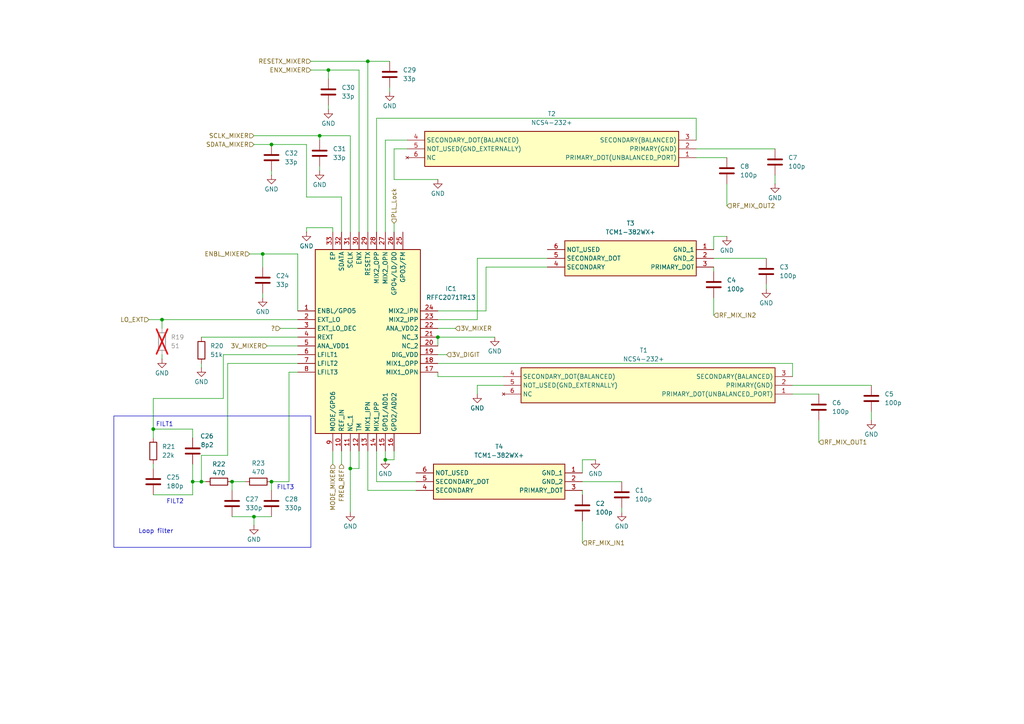
<source format=kicad_sch>
(kicad_sch (version 20250114) (generator "eeschema") (generator_version "9.0")
  (paper "A4")
  (lib_symbols
    (symbol "Device:C" (pin_numbers (hide yes)) (pin_names (offset 0.254))
      (property "Reference" "C" (at 0.635 2.54 0))
      (property "Value" "C" (at 0.635 -2.54 0))
      (symbol "C_0_1"
        (polyline (pts (xy -2.032 0.762) (xy 2.032 0.762)) (stroke (width 0.508)))
        (polyline (pts (xy -2.032 -0.762) (xy 2.032 -0.762)) (stroke (width 0.508)))
      )
      (symbol "C_1_1"
        (pin passive line (at 0 3.81 270) (length 2.794) (name "~") (number "1"))
        (pin passive line (at 0 -3.81 90) (length 2.794) (name "~") (number "2"))
      )
    )
    (symbol "Device:R" (pin_numbers (hide yes)) (pin_names (offset 0))
      (property "Reference" "R" (at 2.032 0 90))
      (property "Value" "R" (at 0 0 90))
      (symbol "R_0_1"
        (rectangle (start -1.016 -2.54) (end 1.016 2.54) (stroke (width 0.254)))
      )
      (symbol "R_1_1"
        (pin passive line (at 0 3.81 270) (length 1.27) (name "~") (number "1"))
        (pin passive line (at 0 -3.81 90) (length 1.27) (name "~") (number "2"))
      )
    )
    (symbol "NCS4-232+:NCS4-232+"
      (property "Reference" "T" (at 80.01 7.62 0))
      (property "Value" "NCS4-232+" (at 80.01 5.08 0))
      (symbol "NCS4-232+_1_1"
        (rectangle (start 5.08 2.54) (end 78.74 -7.62) (stroke (width 0.254)) (fill (type background)))
        (pin passive line (at 0 0 0) (length 5.08) (name "PRIMARY_DOT(UNBALANCED_PORT)") (number "1"))
        (pin passive line (at 0 -2.54 0) (length 5.08) (name "PRIMARY(GND)") (number "2"))
        (pin passive line (at 0 -5.08 0) (length 5.08) (name "SECONDARY(BALANCED)") (number "3"))
        (pin no_connect line (at 83.82 0 180) (length 5.08) (name "NC") (number "6"))
        (pin passive line (at 83.82 -2.54 180) (length 5.08) (name "NOT_USED(GND_EXTERNALLY)") (number "5"))
        (pin passive line (at 83.82 -5.08 180) (length 5.08) (name "SECONDARY_DOT(BALANCED)") (number "4"))
      )
    )
    (symbol "RFFC2071TR13:RFFC2071TR13"
      (property "Reference" "IC" (at 36.83 22.86 0))
      (property "Value" "RFFC2071TR13" (at 36.83 20.32 0))
      (symbol "RFFC2071TR13_1_1"
        (rectangle (start 5.08 17.78) (end 35.56 -35.56) (stroke (width 0.254)) (fill (type background)))
        (pin passive line (at 0 0 0) (length 5.08) (name "ENBL/GPO5") (number "1"))
        (pin passive line (at 0 -2.54 0) (length 5.08) (name "EXT_LO") (number "2"))
        (pin passive line (at 0 -5.08 0) (length 5.08) (name "EXT_LO_DEC") (number "3"))
        (pin passive line (at 0 -7.62 0) (length 5.08) (name "REXT") (number "4"))
        (pin passive line (at 0 -10.16 0) (length 5.08) (name "ANA_VDD1") (number "5"))
        (pin passive line (at 0 -12.7 0) (length 5.08) (name "LFILT1") (number "6"))
        (pin passive line (at 0 -15.24 0) (length 5.08) (name "LFILT2") (number "7"))
        (pin passive line (at 0 -17.78 0) (length 5.08) (name "LFILT3") (number "8"))
        (pin passive line (at 10.16 22.86 270) (length 5.08) (name "EP") (number "33"))
        (pin passive line (at 10.16 -40.64 90) (length 5.08) (name "MODE/GPO6") (number "9"))
        (pin passive line (at 12.7 22.86 270) (length 5.08) (name "SDATA") (number "32"))
        (pin passive line (at 12.7 -40.64 90) (length 5.08) (name "REF_IN") (number "10"))
        (pin passive line (at 15.24 22.86 270) (length 5.08) (name "SCLK") (number "31"))
        (pin passive line (at 15.24 -40.64 90) (length 5.08) (name "NC_1") (number "11"))
        (pin passive line (at 17.78 22.86 270) (length 5.08) (name "ENX") (number "30"))
        (pin passive line (at 17.78 -40.64 90) (length 5.08) (name "TM") (number "12"))
        (pin passive line (at 20.32 22.86 270) (length 5.08) (name "RESETX") (number "29"))
        (pin passive line (at 20.32 -40.64 90) (length 5.08) (name "MIX1_IPN") (number "13"))
        (pin passive line (at 22.86 22.86 270) (length 5.08) (name "MIX2_OPP") (number "28"))
        (pin passive line (at 22.86 -40.64 90) (length 5.08) (name "MIX1_IPP") (number "14"))
        (pin passive line (at 25.4 22.86 270) (length 5.08) (name "MIX2_OPN") (number "27"))
        (pin passive line (at 25.4 -40.64 90) (length 5.08) (name "GPO1/ADD1") (number "15"))
        (pin passive line (at 27.94 22.86 270) (length 5.08) (name "GPO4/LD/DO") (number "26"))
        (pin passive line (at 27.94 -40.64 90) (length 5.08) (name "GPO2/ADD2") (number "16"))
        (pin passive line (at 30.48 22.86 270) (length 5.08) (name "GPO3/FM") (number "25"))
        (pin passive line (at 40.64 0 180) (length 5.08) (name "MIX2_IPN") (number "24"))
        (pin passive line (at 40.64 -2.54 180) (length 5.08) (name "MIX2_IPP") (number "23"))
        (pin passive line (at 40.64 -5.08 180) (length 5.08) (name "ANA_VDD2") (number "22"))
        (pin passive line (at 40.64 -7.62 180) (length 5.08) (name "NC_3") (number "21"))
        (pin passive line (at 40.64 -10.16 180) (length 5.08) (name "NC_2") (number "20"))
        (pin passive line (at 40.64 -12.7 180) (length 5.08) (name "DIG_VDD") (number "19"))
        (pin passive line (at 40.64 -15.24 180) (length 5.08) (name "MIX1_OPP") (number "18"))
        (pin passive line (at 40.64 -17.78 180) (length 5.08) (name "MIX1_OPN") (number "17"))
      )
    )
    (symbol "TCM1-382WX+:TCM1-382WX+"
      (property "Reference" "T" (at 44.45 7.62 0))
      (property "Value" "TCM1-382WX+" (at 44.45 5.08 0))
      (symbol "TCM1-382WX+_1_1"
        (rectangle (start 5.08 2.54) (end 43.18 -7.62) (stroke (width 0.254)) (fill (type background)))
        (pin passive line (at 0 0 0) (length 5.08) (name "NOT_USED") (number "6"))
        (pin passive line (at 0 -2.54 0) (length 5.08) (name "SECONDARY_DOT") (number "5"))
        (pin passive line (at 0 -5.08 0) (length 5.08) (name "SECONDARY") (number "4"))
        (pin passive line (at 48.26 0 180) (length 5.08) (name "GND_1") (number "1"))
        (pin passive line (at 48.26 -2.54 180) (length 5.08) (name "GND_2") (number "2"))
        (pin passive line (at 48.26 -5.08 180) (length 5.08) (name "PRIMARY_DOT") (number "3"))
      )
    )
    (symbol "power:GND" (power) (pin_numbers (hide yes)) (pin_names (offset 0) (hide yes))
      (property "Value" "GND" (at 0 -3.81 0))
      (symbol "GND_0_1"
        (polyline (pts (xy 0 0) (xy 0 -1.27) (xy 1.27 -1.27) (xy 0 -2.54) (xy -1.27 -1.27) (xy 0 -1.27)))
      )
      (symbol "GND_1_1"
        (pin power_in line (at 0 0 270) (length 0) (name "~") (number "1"))
      )
    )
  )
  (rectangle (start 33.02 120.65) (end 90.17 158.75))
  (text "Loop filter" (at 45.212 154.178 0) (effects (font (size 1.27 1.27))))
  (text "FILT2" (at 50.8 145.542 0) (effects (font (size 1.27 1.27))))
  (text "FILT3" (at 82.804 141.478 0) (effects (font (size 1.27 1.27))))
  (text "FILT1" (at 47.752 123.19 0) (effects (font (size 1.27 1.27))))
  (junction (at 111.76 133.35))
  (junction (at 106.68 17.78))
  (junction (at 58.42 139.7))
  (junction (at 46.99 92.71))
  (junction (at 76.2 73.66))
  (junction (at 67.31 139.7))
  (junction (at 101.6 135.89))
  (junction (at 92.71 39.37))
  (junction (at 55.88 139.7))
  (junction (at 73.66 149.86))
  (junction (at 127 97.79))
  (junction (at 78.74 41.91))
  (junction (at 44.45 124.46))
  (junction (at 78.74 139.7))
  (junction (at 95.25 20.32))
  (wire (pts (xy 114.3 133.35) (xy 111.76 133.35)))
  (wire (pts (xy 86.36 90.17) (xy 86.36 73.66)))
  (wire (pts (xy 201.93 34.29) (xy 109.22 34.29)))
  (wire (pts (xy 76.2 73.66) (xy 76.2 77.47)))
  (wire (pts (xy 58.42 132.08) (xy 58.42 139.7)))
  (wire (pts (xy 92.71 48.26) (xy 92.71 49.53)))
  (wire (pts (xy 201.93 43.18) (xy 224.79 43.18)))
  (wire (pts (xy 90.17 20.32) (xy 95.25 20.32)))
  (wire (pts (xy 207.01 68.58) (xy 210.82 68.58)))
  (wire (pts (xy 44.45 124.46) (xy 44.45 127)))
  (wire (pts (xy 88.9 57.15) (xy 99.06 57.15)))
  (wire (pts (xy 104.14 135.89) (xy 101.6 135.89)))
  (wire (pts (xy 252.73 119.38) (xy 252.73 121.92)))
  (wire (pts (xy 158.75 74.93) (xy 138.43 74.93)))
  (wire (pts (xy 106.68 130.81) (xy 106.68 142.24)))
  (wire (pts (xy 78.74 41.91) (xy 88.9 41.91)))
  (wire (pts (xy 73.66 149.86) (xy 78.74 149.86)))
  (wire (pts (xy 168.91 142.24) (xy 168.91 143.51)))
  (wire (pts (xy 86.36 73.66) (xy 76.2 73.66)))
  (wire (pts (xy 55.88 139.7) (xy 58.42 139.7)))
  (wire (pts (xy 114.3 43.18) (xy 114.3 52.07)))
  (wire (pts (xy 73.66 41.91) (xy 78.74 41.91)))
  (wire (pts (xy 96.52 67.31) (xy 96.52 66.04)))
  (wire (pts (xy 138.43 74.93) (xy 138.43 92.71)))
  (wire (pts (xy 101.6 39.37) (xy 101.6 67.31)))
  (wire (pts (xy 99.06 57.15) (xy 99.06 67.31)))
  (wire (pts (xy 229.87 109.22) (xy 229.87 105.41)))
  (wire (pts (xy 146.05 109.22) (xy 127 109.22)))
  (wire (pts (xy 95.25 30.48) (xy 95.25 31.75)))
  (wire (pts (xy 58.42 139.7) (xy 59.69 139.7)))
  (wire (pts (xy 127 90.17) (xy 140.97 90.17)))
  (wire (pts (xy 138.43 111.76) (xy 138.43 114.3)))
  (wire (pts (xy 180.34 147.32) (xy 180.34 148.59)))
  (wire (pts (xy 201.93 45.72) (xy 210.82 45.72)))
  (wire (pts (xy 101.6 130.81) (xy 101.6 135.89)))
  (wire (pts (xy 106.68 142.24) (xy 120.65 142.24)))
  (wire (pts (xy 66.04 105.41) (xy 66.04 132.08)))
  (wire (pts (xy 109.22 139.7) (xy 109.22 130.81)))
  (wire (pts (xy 229.87 111.76) (xy 252.73 111.76)))
  (wire (pts (xy 118.11 43.18) (xy 114.3 43.18)))
  (wire (pts (xy 92.71 39.37) (xy 101.6 39.37)))
  (wire (pts (xy 46.99 102.87) (xy 46.99 104.14)))
  (wire (pts (xy 67.31 149.86) (xy 73.66 149.86)))
  (wire (pts (xy 44.45 134.62) (xy 44.45 135.89)))
  (wire (pts (xy 106.68 17.78) (xy 113.03 17.78)))
  (wire (pts (xy 168.91 137.16) (xy 168.91 133.35)))
  (wire (pts (xy 81.28 95.25) (xy 86.36 95.25)))
  (wire (pts (xy 222.25 82.55) (xy 222.25 83.82)))
  (wire (pts (xy 96.52 130.81) (xy 96.52 134.62)))
  (wire (pts (xy 66.04 132.08) (xy 58.42 132.08)))
  (wire (pts (xy 55.88 139.7) (xy 55.88 134.62)))
  (wire (pts (xy 95.25 20.32) (xy 104.14 20.32)))
  (wire (pts (xy 90.17 17.78) (xy 106.68 17.78)))
  (wire (pts (xy 55.88 143.51) (xy 55.88 139.7)))
  (wire (pts (xy 146.05 111.76) (xy 138.43 111.76)))
  (wire (pts (xy 78.74 49.53) (xy 78.74 50.8)))
  (wire (pts (xy 138.43 92.71) (xy 127 92.71)))
  (wire (pts (xy 67.31 139.7) (xy 67.31 142.24)))
  (wire (pts (xy 77.47 100.33) (xy 86.36 100.33)))
  (wire (pts (xy 46.99 92.71) (xy 86.36 92.71)))
  (wire (pts (xy 113.03 25.4) (xy 113.03 26.67)))
  (wire (pts (xy 64.77 102.87) (xy 64.77 115.57)))
  (wire (pts (xy 104.14 130.81) (xy 104.14 135.89)))
  (wire (pts (xy 229.87 105.41) (xy 127 105.41)))
  (wire (pts (xy 111.76 130.81) (xy 111.76 133.35)))
  (wire (pts (xy 46.99 95.25) (xy 46.99 92.71)))
  (wire (pts (xy 101.6 135.89) (xy 101.6 148.59)))
  (wire (pts (xy 43.18 92.71) (xy 46.99 92.71)))
  (wire (pts (xy 44.45 115.57) (xy 44.45 124.46)))
  (wire (pts (xy 55.88 124.46) (xy 44.45 124.46)))
  (wire (pts (xy 127 97.79) (xy 143.51 97.79)))
  (wire (pts (xy 88.9 66.04) (xy 88.9 67.31)))
  (wire (pts (xy 72.39 73.66) (xy 76.2 73.66)))
  (wire (pts (xy 201.93 40.64) (xy 201.93 34.29)))
  (wire (pts (xy 207.01 77.47) (xy 207.01 78.74)))
  (wire (pts (xy 95.25 20.32) (xy 95.25 22.86)))
  (wire (pts (xy 168.91 133.35) (xy 172.72 133.35)))
  (wire (pts (xy 140.97 77.47) (xy 158.75 77.47)))
  (wire (pts (xy 229.87 114.3) (xy 237.49 114.3)))
  (wire (pts (xy 114.3 130.81) (xy 114.3 133.35)))
  (wire (pts (xy 224.79 50.8) (xy 224.79 53.34)))
  (wire (pts (xy 67.31 139.7) (xy 71.12 139.7)))
  (wire (pts (xy 106.68 67.31) (xy 106.68 17.78)))
  (wire (pts (xy 237.49 121.92) (xy 237.49 128.27)))
  (wire (pts (xy 92.71 39.37) (xy 92.71 40.64)))
  (wire (pts (xy 44.45 143.51) (xy 55.88 143.51)))
  (wire (pts (xy 73.66 39.37) (xy 92.71 39.37)))
  (wire (pts (xy 109.22 34.29) (xy 109.22 67.31)))
  (wire (pts (xy 207.01 86.36) (xy 207.01 91.44)))
  (wire (pts (xy 83.82 107.95) (xy 86.36 107.95)))
  (wire (pts (xy 127 95.25) (xy 132.08 95.25)))
  (wire (pts (xy 99.06 130.81) (xy 99.06 134.62)))
  (wire (pts (xy 83.82 107.95) (xy 83.82 139.7)))
  (wire (pts (xy 127 109.22) (xy 127 107.95)))
  (wire (pts (xy 118.11 40.64) (xy 111.76 40.64)))
  (wire (pts (xy 55.88 127) (xy 55.88 124.46)))
  (wire (pts (xy 114.3 52.07) (xy 127 52.07)))
  (wire (pts (xy 58.42 97.79) (xy 86.36 97.79)))
  (wire (pts (xy 58.42 105.41) (xy 58.42 106.68)))
  (wire (pts (xy 78.74 139.7) (xy 78.74 142.24)))
  (wire (pts (xy 207.01 74.93) (xy 222.25 74.93)))
  (wire (pts (xy 168.91 151.13) (xy 168.91 157.48)))
  (wire (pts (xy 104.14 20.32) (xy 104.14 67.31)))
  (wire (pts (xy 129.54 102.87) (xy 127 102.87)))
  (wire (pts (xy 114.3 64.77) (xy 114.3 67.31)))
  (wire (pts (xy 78.74 139.7) (xy 83.82 139.7)))
  (wire (pts (xy 109.22 139.7) (xy 120.65 139.7)))
  (wire (pts (xy 168.91 139.7) (xy 180.34 139.7)))
  (wire (pts (xy 88.9 41.91) (xy 88.9 57.15)))
  (wire (pts (xy 96.52 66.04) (xy 88.9 66.04)))
  (wire (pts (xy 207.01 72.39) (xy 207.01 68.58)))
  (wire (pts (xy 76.2 85.09) (xy 76.2 86.36)))
  (wire (pts (xy 64.77 115.57) (xy 44.45 115.57)))
  (wire (pts (xy 111.76 40.64) (xy 111.76 67.31)))
  (wire (pts (xy 210.82 53.34) (xy 210.82 59.69)))
  (wire (pts (xy 86.36 102.87) (xy 64.77 102.87)))
  (wire (pts (xy 127 97.79) (xy 127 100.33)))
  (wire (pts (xy 73.66 149.86) (xy 73.66 152.4)))
  (wire (pts (xy 66.04 105.41) (xy 86.36 105.41)))
  (wire (pts (xy 140.97 90.17) (xy 140.97 77.47)))
  (hierarchical_label "?" (shape input) (at 81.28 95.25 180))
  (hierarchical_label "PLL_Lock" (shape input) (at 114.3 64.77 90))
  (hierarchical_label "RF_MIX_IN1" (shape input) (at 168.91 157.48 0))
  (hierarchical_label "SDATA_MIXER" (shape input) (at 73.66 41.91 180))
  (hierarchical_label "ENX_MIXER" (shape input) (at 90.17 20.32 180))
  (hierarchical_label "FREQ_REF" (shape input) (at 99.06 134.62 270))
  (hierarchical_label "3V_MIXER" (shape input) (at 132.08 95.25 0))
  (hierarchical_label "MODE_MIXER" (shape input) (at 96.52 134.62 270))
  (hierarchical_label "RF_MIX_OUT2" (shape input) (at 210.82 59.69 0))
  (hierarchical_label "SCLK_MIXER" (shape input) (at 73.66 39.37 180))
  (hierarchical_label "LO_EXT" (shape input) (at 43.18 92.71 180))
  (hierarchical_label "RF_MIX_IN2" (shape input) (at 207.01 91.44 0))
  (hierarchical_label "RF_MIX_OUT1" (shape input) (at 237.49 128.27 0))
  (hierarchical_label "3V_DIGIT" (shape input) (at 129.54 102.87 0))
  (hierarchical_label "ENBL_MIXER" (shape input) (at 72.39 73.66 180))
  (hierarchical_label "3V_MIXER" (shape input) (at 77.47 100.33 180))
  (hierarchical_label "RESETX_MIXER" (shape input) (at 90.17 17.78 180))
  (symbol (lib_id "Device:R") (at 74.93 139.7 90) (unit 1)
    (property "Reference" "R23" (at 74.93 134.366 90))
    (property "Value" "470" (at 74.93 136.906 90))
    (property "Footprint" "Resistor_SMD:R_0603_1608Metric_Pad0.98x0.95mm_HandSolder" (effects (hide yes)))
    (property "Description" "Resistor" (effects (hide yes)))
  )
  (symbol (lib_id "power:GND") (at 76.2 86.36 0) (unit 1)
    (property "Reference" "#PWR033" (effects (hide yes)))
    (property "Value" "GND" (at 76.2 90.424 0))
    (property "Description" "Power symbol creates a global label with name \"GND\" , ground" (effects (hide yes)))
  )
  (symbol (lib_id "Device:R") (at 63.5 139.7 90) (unit 1)
    (property "Reference" "R22" (at 63.5 134.62 90))
    (property "Value" "470" (at 63.5 137.16 90))
    (property "Footprint" "Resistor_SMD:R_0603_1608Metric_Pad0.98x0.95mm_HandSolder" (effects (hide yes)))
    (property "Description" "Resistor" (effects (hide yes)))
  )
  (symbol (lib_id "Device:C") (at 222.25 78.74 0) (unit 1)
    (property "Reference" "C3" (at 226.06 77.4699 0) (effects (justify left)))
    (property "Value" "100p" (at 226.06 80.0099 0) (effects (justify left)))
    (property "Footprint" "Capacitor_SMD:C_0603_1608Metric" (effects (hide yes)))
    (property "Description" "Unpolarized capacitor" (effects (hide yes)))
  )
  (symbol (lib_id "Device:C") (at 113.03 21.59 0) (unit 1)
    (property "Reference" "C29" (at 116.84 20.3199 0) (effects (justify left)))
    (property "Value" "33p" (at 116.84 22.8599 0) (effects (justify left)))
    (property "Footprint" "Capacitor_SMD:C_0603_1608Metric" (effects (hide yes)))
    (property "Description" "Unpolarized capacitor" (effects (hide yes)))
  )
  (symbol (lib_id "Device:C") (at 180.34 143.51 0) (unit 1)
    (property "Reference" "C1" (at 184.15 142.2399 0) (effects (justify left)))
    (property "Value" "100p" (at 184.15 144.7799 0) (effects (justify left)))
    (property "Footprint" "Capacitor_SMD:C_0603_1608Metric" (effects (hide yes)))
    (property "Description" "Unpolarized capacitor" (effects (hide yes)))
  )
  (symbol (lib_id "Device:C") (at 210.82 49.53 0) (unit 1)
    (property "Reference" "C8" (at 214.63 48.2599 0) (effects (justify left)))
    (property "Value" "100p" (at 214.63 50.7999 0) (effects (justify left)))
    (property "Footprint" "Capacitor_SMD:C_0603_1608Metric" (effects (hide yes)))
    (property "Description" "Unpolarized capacitor" (effects (hide yes)))
  )
  (symbol (lib_id "Device:C") (at 224.79 46.99 0) (unit 1)
    (property "Reference" "C7" (at 228.6 45.7199 0) (effects (justify left)))
    (property "Value" "100p" (at 228.6 48.2599 0) (effects (justify left)))
    (property "Footprint" "Capacitor_SMD:C_0603_1608Metric" (effects (hide yes)))
    (property "Description" "Unpolarized capacitor" (effects (hide yes)))
  )
  (symbol (lib_id "power:GND") (at 58.42 106.68 0) (unit 1)
    (property "Reference" "#PWR034" (effects (hide yes)))
    (property "Value" "GND" (at 58.42 110.744 0))
    (property "Description" "Power symbol creates a global label with name \"GND\" , ground" (effects (hide yes)))
  )
  (symbol (lib_id "Device:C") (at 78.74 45.72 0) (unit 1)
    (property "Reference" "C32" (at 82.55 44.4499 0) (effects (justify left)))
    (property "Value" "33p" (at 82.55 46.9899 0) (effects (justify left)))
    (property "Footprint" "Capacitor_SMD:C_0603_1608Metric" (effects (hide yes)))
    (property "Description" "Unpolarized capacitor" (effects (hide yes)))
  )
  (symbol (lib_id "power:GND") (at 78.74 50.8 0) (unit 1)
    (property "Reference" "#PWR038" (effects (hide yes)))
    (property "Value" "GND" (at 78.74 54.864 0))
    (property "Description" "Power symbol creates a global label with name \"GND\" , ground" (effects (hide yes)))
  )
  (symbol (lib_id "Device:C") (at 237.49 118.11 0) (unit 1)
    (property "Reference" "C6" (at 241.3 116.8399 0) (effects (justify left)))
    (property "Value" "100p" (at 241.3 119.3799 0) (effects (justify left)))
    (property "Footprint" "Capacitor_SMD:C_0603_1608Metric" (effects (hide yes)))
    (property "Description" "Unpolarized capacitor" (effects (hide yes)))
  )
  (symbol (lib_id "Device:C") (at 78.74 146.05 0) (unit 1)
    (property "Reference" "C28" (at 82.55 144.7799 0) (effects (justify left)))
    (property "Value" "330p" (at 82.55 147.3199 0) (effects (justify left)))
    (property "Footprint" "Capacitor_SMD:C_0603_1608Metric" (effects (hide yes)))
    (property "Description" "Unpolarized capacitor" (effects (hide yes)))
  )
  (symbol (lib_id "Device:C") (at 95.25 26.67 0) (unit 1)
    (property "Reference" "C30" (at 99.06 25.3999 0) (effects (justify left)))
    (property "Value" "33p" (at 99.06 27.9399 0) (effects (justify left)))
    (property "Footprint" "Capacitor_SMD:C_0603_1608Metric" (effects (hide yes)))
    (property "Description" "Unpolarized capacitor" (effects (hide yes)))
  )
  (symbol (lib_id "power:GND") (at 88.9 67.31 0) (unit 1)
    (property "Reference" "#PWR040" (effects (hide yes)))
    (property "Value" "GND" (at 88.9 71.374 0))
    (property "Description" "Power symbol creates a global label with name \"GND\" , ground" (effects (hide yes)))
  )
  (symbol (lib_id "Device:C") (at 55.88 130.81 0) (unit 1)
    (property "Reference" "C26" (at 61.976 126.492 0) (effects (justify right)))
    (property "Value" "8p2" (at 61.976 129.032 0) (effects (justify right)))
    (property "Footprint" "Capacitor_SMD:C_0603_1608Metric" (effects (hide yes)))
    (property "Description" "Unpolarized capacitor" (effects (hide yes)))
  )
  (symbol (lib_id "Device:C") (at 168.91 147.32 0) (unit 1)
    (property "Reference" "C2" (at 172.72 146.0499 0) (effects (justify left)))
    (property "Value" "100p" (at 172.72 148.5899 0) (effects (justify left)))
    (property "Footprint" "Capacitor_SMD:C_0603_1608Metric" (effects (hide yes)))
    (property "Description" "Unpolarized capacitor" (effects (hide yes)))
  )
  (symbol (lib_id "Device:C") (at 207.01 82.55 0) (unit 1)
    (property "Reference" "C4" (at 210.82 81.2799 0) (effects (justify left)))
    (property "Value" "100p" (at 210.82 83.8199 0) (effects (justify left)))
    (property "Footprint" "Capacitor_SMD:C_0603_1608Metric" (effects (hide yes)))
    (property "Description" "Unpolarized capacitor" (effects (hide yes)))
  )
  (symbol (lib_id "power:GND") (at 138.43 114.3 0) (unit 1)
    (property "Reference" "#PWR07" (effects (hide yes)))
    (property "Value" "GND" (at 138.43 118.364 0))
    (property "Description" "Power symbol creates a global label with name \"GND\" , ground" (effects (hide yes)))
  )
  (symbol (lib_id "power:GND") (at 101.6 148.59 0) (unit 1)
    (property "Reference" "#PWR09" (effects (hide yes)))
    (property "Value" "GND" (at 101.6 152.654 0))
    (property "Description" "Power symbol creates a global label with name \"GND\" , ground" (effects (hide yes)))
  )
  (symbol (lib_id "power:GND") (at 180.34 148.59 0) (unit 1)
    (property "Reference" "#PWR03" (effects (hide yes)))
    (property "Value" "GND" (at 180.34 152.654 0))
    (property "Description" "Power symbol creates a global label with name \"GND\" , ground" (effects (hide yes)))
  )
  (symbol (lib_id "power:GND") (at 92.71 49.53 0) (unit 1)
    (property "Reference" "#PWR039" (effects (hide yes)))
    (property "Value" "GND" (at 92.71 53.594 0))
    (property "Description" "Power symbol creates a global label with name \"GND\" , ground" (effects (hide yes)))
  )
  (symbol (lib_id "Device:R") (at 58.42 101.6 0) (unit 1)
    (property "Reference" "R20" (at 60.96 100.3299 0) (effects (justify left)))
    (property "Value" "51k" (at 60.96 102.8699 0) (effects (justify left)))
    (property "Footprint" "Resistor_SMD:R_0603_1608Metric_Pad0.98x0.95mm_HandSolder" (effects (hide yes)))
    (property "Description" "Resistor" (effects (hide yes)))
  )
  (symbol (lib_id "power:GND") (at 73.66 152.4 0) (unit 1)
    (property "Reference" "#PWR035" (effects (hide yes)))
    (property "Value" "GND" (at 73.66 156.464 0))
    (property "Description" "Power symbol creates a global label with name \"GND\" , ground" (effects (hide yes)))
  )
  (symbol (lib_id "Device:C") (at 44.45 139.7 0) (unit 1)
    (property "Reference" "C25" (at 48.26 138.4299 0) (effects (justify left)))
    (property "Value" "180p" (at 48.26 140.9699 0) (effects (justify left)))
    (property "Footprint" "Capacitor_SMD:C_0603_1608Metric" (effects (hide yes)))
    (property "Description" "Unpolarized capacitor" (effects (hide yes)))
  )
  (symbol (lib_id "Device:C") (at 76.2 81.28 0) (unit 1)
    (property "Reference" "C24" (at 80.01 80.0099 0) (effects (justify left)))
    (property "Value" "33p" (at 80.01 82.5499 0) (effects (justify left)))
    (property "Footprint" "Capacitor_SMD:C_0603_1608Metric" (effects (hide yes)))
    (property "Description" "Unpolarized capacitor" (effects (hide yes)))
  )
  (symbol (lib_id "Device:R") (at 46.99 99.06 0) (unit 1) (dnp yes)
    (property "Reference" "R19" (at 49.53 97.7899 0) (effects (justify left)))
    (property "Value" "51" (at 49.53 100.3299 0) (effects (justify left)))
    (property "Footprint" "Resistor_SMD:R_0603_1608Metric_Pad0.98x0.95mm_HandSolder" (effects (hide yes)))
    (property "Description" "Resistor" (effects (hide yes)))
  )
  (symbol (lib_id "power:GND") (at 113.03 26.67 0) (unit 1)
    (property "Reference" "#PWR036" (effects (hide yes)))
    (property "Value" "GND" (at 113.03 30.734 0))
    (property "Description" "Power symbol creates a global label with name \"GND\" , ground" (effects (hide yes)))
  )
  (symbol (lib_id "Device:R") (at 44.45 130.81 0) (unit 1)
    (property "Reference" "R21" (at 46.99 129.5399 0) (effects (justify left)))
    (property "Value" "22k" (at 46.99 132.0799 0) (effects (justify left)))
    (property "Footprint" "Resistor_SMD:R_0603_1608Metric_Pad0.98x0.95mm_HandSolder" (effects (hide yes)))
    (property "Description" "Resistor" (effects (hide yes)))
  )
  (symbol (lib_id "power:GND") (at 210.82 68.58 0) (unit 1)
    (property "Reference" "#PWR043" (effects (hide yes)))
    (property "Value" "GND" (at 210.82 72.644 0))
    (property "Description" "Power symbol creates a global label with name \"GND\" , ground" (effects (hide yes)))
  )
  (symbol (lib_id "TCM1-382WX+:TCM1-382WX+") (at 158.75 72.39 0) (unit 1)
    (property "Reference" "T3" (at 182.88 64.77 0))
    (property "Value" "TCM1-382WX+" (at 182.88 67.31 0))
    (property "Footprint" "TCM1382WX" (effects (hide yes)))
    (property "Datasheet" "https://www.mouser.kr/datasheet/2/1030/TCM1_382WX_2b-3105014.pdf" (effects (hide yes)))
    (property "Description" "Audio Transformers / Signal Transformers 1:1 CORE & WIRE Transformer, 0.5 - 3800 MHz, 50?" (effects (hide yes)))
    (property "Height" "4.06" (effects (hide yes)))
    (property "Mouser Part Number" "139-TCM1-382WX" (effects (hide yes)))
    (property "Mouser Price/Stock" "https://www.mouser.co.uk/ProductDetail/Mini-Circuits/TCM1-382WX%2b?qs=amGC7iS6iy9TpOSpP5xMJQ%3D%3D" (effects (hide yes)))
    (property "Manufacturer_Name" "Mini-Circuits" (effects (hide yes)))
    (property "Manufacturer_Part_Number" "TCM1-382WX+" (effects (hide yes)))
  )
  (symbol (lib_id "power:GND") (at 111.76 133.35 0) (unit 1)
    (property "Reference" "#PWR02" (effects (hide yes)))
    (property "Value" "GND" (at 111.76 137.414 0))
    (property "Description" "Power symbol creates a global label with name \"GND\" , ground" (effects (hide yes)))
  )
  (symbol (lib_id "Device:C") (at 252.73 115.57 0) (unit 1)
    (property "Reference" "C5" (at 256.54 114.2999 0) (effects (justify left)))
    (property "Value" "100p" (at 256.54 116.8399 0) (effects (justify left)))
    (property "Footprint" "Capacitor_SMD:C_0603_1608Metric" (effects (hide yes)))
    (property "Description" "Unpolarized capacitor" (effects (hide yes)))
  )
  (symbol (lib_id "Device:C") (at 67.31 146.05 0) (unit 1)
    (property "Reference" "C27" (at 71.12 144.7799 0) (effects (justify left)))
    (property "Value" "330p" (at 71.12 147.3199 0) (effects (justify left)))
    (property "Footprint" "Capacitor_SMD:C_0603_1608Metric" (effects (hide yes)))
    (property "Description" "Unpolarized capacitor" (effects (hide yes)))
  )
  (symbol (lib_id "NCS4-232+:NCS4-232+") (at 229.87 114.3 180) (unit 1)
    (property "Reference" "T1" (at 186.69 101.6 0))
    (property "Value" "NCS4-232+" (at 186.69 104.14 0))
    (property "Footprint" "NCS4232" (effects (hide yes)))
    (property "Description" "Ceramic Balun RF Transformer.  50 1600 to 2300 MHz 1:4 Ratio." (effects (hide yes)))
    (property "Height" "0.84" (effects (hide yes)))
    (property "Mouser Part Number" "139-NCS4-232" (effects (hide yes)))
    (property "Mouser Price/Stock" "https://www.mouser.co.uk/ProductDetail/Mini-Circuits/NCS4-232%2b?qs=xZ%2FP%252Ba9zWqYBp16Imqylgw%3D%3D" (effects (hide yes)))
    (property "Manufacturer_Name" "Mini-Circuits" (effects (hide yes)))
    (property "Manufacturer_Part_Number" "NCS4-232+" (effects (hide yes)))
  )
  (symbol (lib_id "power:GND") (at 224.79 53.34 0) (unit 1)
    (property "Reference" "#PWR06" (effects (hide yes)))
    (property "Value" "GND" (at 224.79 57.404 0))
    (property "Description" "Power symbol creates a global label with name \"GND\" , ground" (effects (hide yes)))
  )
  (symbol (lib_id "power:GND") (at 95.25 31.75 0) (unit 1)
    (property "Reference" "#PWR037" (effects (hide yes)))
    (property "Value" "GND" (at 95.25 35.814 0))
    (property "Description" "Power symbol creates a global label with name \"GND\" , ground" (effects (hide yes)))
  )
  (symbol (lib_id "power:GND") (at 46.99 104.14 0) (unit 1)
    (property "Reference" "#PWR032" (effects (hide yes)))
    (property "Value" "GND" (at 46.99 108.204 0))
    (property "Description" "Power symbol creates a global label with name \"GND\" , ground" (effects (hide yes)))
  )
  (symbol (lib_id "Device:C") (at 92.71 44.45 0) (unit 1)
    (property "Reference" "C31" (at 96.52 43.1799 0) (effects (justify left)))
    (property "Value" "33p" (at 96.52 45.7199 0) (effects (justify left)))
    (property "Footprint" "Capacitor_SMD:C_0603_1608Metric" (effects (hide yes)))
    (property "Description" "Unpolarized capacitor" (effects (hide yes)))
  )
  (symbol (lib_id "power:GND") (at 222.25 83.82 0) (unit 1)
    (property "Reference" "#PWR04" (effects (hide yes)))
    (property "Value" "GND" (at 222.25 87.884 0))
    (property "Description" "Power symbol creates a global label with name \"GND\" , ground" (effects (hide yes)))
  )
  (symbol (lib_id "power:GND") (at 127 52.07 0) (unit 1)
    (property "Reference" "#PWR08" (effects (hide yes)))
    (property "Value" "GND" (at 127 56.134 0))
    (property "Description" "Power symbol creates a global label with name \"GND\" , ground" (effects (hide yes)))
  )
  (symbol (lib_id "RFFC2071TR13:RFFC2071TR13") (at 86.36 90.17 0) (unit 1)
    (property "Reference" "IC1" (at 130.81 83.7498 0))
    (property "Value" "RFFC2071TR13" (at 130.81 86.2898 0))
    (property "Footprint" "DKMD2081" (effects (hide yes)))
    (property "Datasheet" "https://www.qorvo.com/products/d/da000696" (effects (hide yes)))
    (property "Description" "85 - 2700 MHz RF Synthesizer / VCO with Integrated RF Mixer" (effects (hide yes)))
    (property "Height" "0.9" (effects (hide yes)))
    (property "Mouser Part Number" "772-RFFC2071" (effects (hide yes)))
    (property "Mouser Price/Stock" "https://www.mouser.co.uk/ProductDetail/Qorvo/RFFC2071TR13?qs=tkvX2tz6JTEyTj7lyvTFWA%3D%3D" (effects (hide yes)))
    (property "Manufacturer_Name" "Qorvo" (effects (hide yes)))
    (property "Manufacturer_Part_Number" "RFFC2071TR13" (effects (hide yes)))
  )
  (symbol (lib_id "power:GND") (at 252.73 121.92 0) (unit 1)
    (property "Reference" "#PWR05" (effects (hide yes)))
    (property "Value" "GND" (at 252.73 125.984 0))
    (property "Description" "Power symbol creates a global label with name \"GND\" , ground" (effects (hide yes)))
  )
  (symbol (lib_id "NCS4-232+:NCS4-232+") (at 201.93 45.72 180) (unit 1)
    (property "Reference" "T2" (at 160.02 33.02 0))
    (property "Value" "NCS4-232+" (at 160.02 35.56 0))
    (property "Footprint" "NCS4232" (effects (hide yes)))
    (property "Description" "Ceramic Balun RF Transformer.  50 1600 to 2300 MHz 1:4 Ratio." (effects (hide yes)))
    (property "Height" "0.84" (effects (hide yes)))
    (property "Mouser Part Number" "139-NCS4-232" (effects (hide yes)))
    (property "Mouser Price/Stock" "https://www.mouser.co.uk/ProductDetail/Mini-Circuits/NCS4-232%2b?qs=xZ%2FP%252Ba9zWqYBp16Imqylgw%3D%3D" (effects (hide yes)))
    (property "Manufacturer_Name" "Mini-Circuits" (effects (hide yes)))
    (property "Manufacturer_Part_Number" "NCS4-232+" (effects (hide yes)))
  )
  (symbol (lib_id "power:GND") (at 172.72 133.35 0) (unit 1)
    (property "Reference" "#PWR044" (effects (hide yes)))
    (property "Value" "GND" (at 172.72 137.414 0))
    (property "Description" "Power symbol creates a global label with name \"GND\" , ground" (effects (hide yes)))
  )
  (symbol (lib_id "power:GND") (at 143.51 97.79 0) (unit 1)
    (property "Reference" "#PWR031" (effects (hide yes)))
    (property "Value" "GND" (at 143.51 101.854 0))
    (property "Description" "Power symbol creates a global label with name \"GND\" , ground" (effects (hide yes)))
  )
  (symbol (lib_id "TCM1-382WX+:TCM1-382WX+") (at 120.65 137.16 0) (unit 1)
    (property "Reference" "T4" (at 144.78 129.54 0))
    (property "Value" "TCM1-382WX+" (at 144.78 132.08 0))
    (property "Footprint" "TCM1382WX" (effects (hide yes)))
    (property "Datasheet" "https://www.mouser.kr/datasheet/2/1030/TCM1_382WX_2b-3105014.pdf" (effects (hide yes)))
    (property "Description" "Audio Transformers / Signal Transformers 1:1 CORE & WIRE Transformer, 0.5 - 3800 MHz, 50?" (effects (hide yes)))
    (property "Height" "4.06" (effects (hide yes)))
    (property "Mouser Part Number" "139-TCM1-382WX" (effects (hide yes)))
    (property "Mouser Price/Stock" "https://www.mouser.co.uk/ProductDetail/Mini-Circuits/TCM1-382WX%2b?qs=amGC7iS6iy9TpOSpP5xMJQ%3D%3D" (effects (hide yes)))
    (property "Manufacturer_Name" "Mini-Circuits" (effects (hide yes)))
    (property "Manufacturer_Part_Number" "TCM1-382WX+" (effects (hide yes)))
  )
)
</source>
